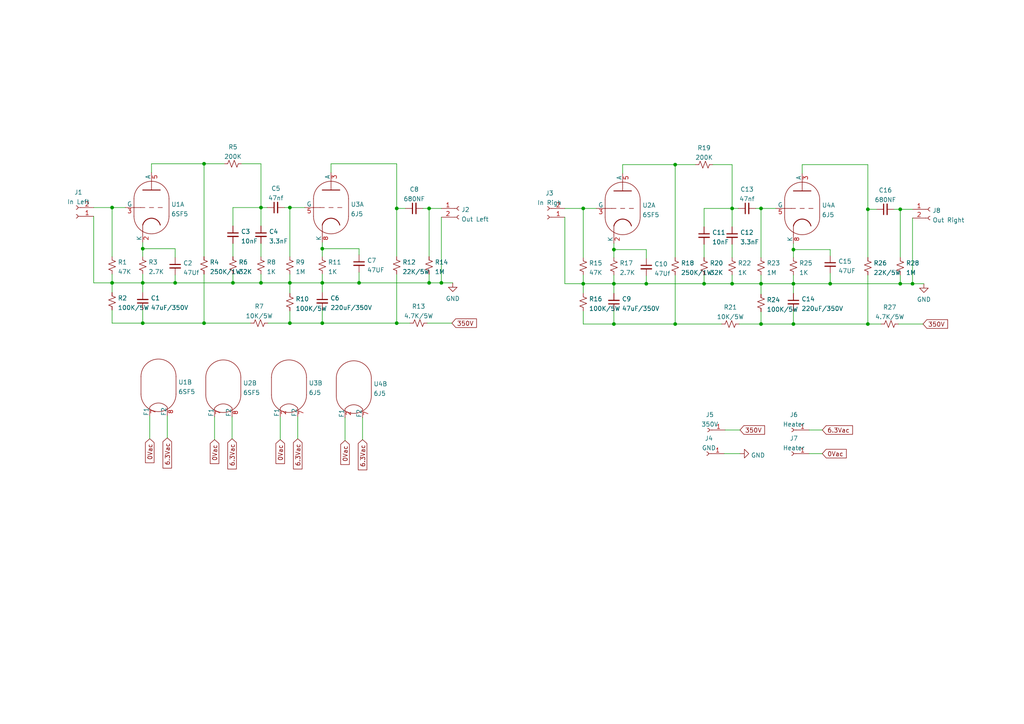
<source format=kicad_sch>
(kicad_sch (version 20211123) (generator eeschema)
  (paper "A4")
  (lib_symbols
    (symbol "Connector:Conn_01x01_Female" (pin_names (offset 1.016) hide)
      (property "Reference" "J" (at 0 2.54 0))
      (property "Value" "Conn_01x01_Female" (at 0 -2.54 0))
      (symbol "Conn_01x01_Female_1_1"
        (polyline (pts (xy -1.27 0) (xy -0.508 0)) (stroke (width 0.1524)))
        (arc (start 0 0.508) (mid -0.508 0) (end 0 -0.508) (stroke (width 0.1524)))
        (pin passive line (at -5.08 0 0) (length 3.81) (name "Pin_1") (number "1"))
      )
    )
    (symbol "Connector:Conn_01x02_Female" (pin_names (offset 1.016) hide)
      (property "Reference" "J" (at 0 2.54 0))
      (property "Value" "Conn_01x02_Female" (at 0 -5.08 0))
      (symbol "Conn_01x02_Female_1_1"
        (arc (start 0 -2.032) (mid -0.508 -2.54) (end 0 -3.048) (stroke (width 0.1524)))
        (polyline (pts (xy -1.27 -2.54) (xy -0.508 -2.54)) (stroke (width 0.1524)))
        (polyline (pts (xy -1.27 0) (xy -0.508 0)) (stroke (width 0.1524)))
        (arc (start 0 0.508) (mid -0.508 0) (end 0 -0.508) (stroke (width 0.1524)))
        (pin passive line (at -5.08 0 0) (length 3.81) (name "Pin_1") (number "1"))
        (pin passive line (at -5.08 -2.54 0) (length 3.81) (name "Pin_2") (number "2"))
      )
    )
    (symbol "Device:C_Small" (pin_numbers hide) (pin_names (offset 0.254) hide)
      (property "Reference" "C" (at 0.254 1.778 0))
      (property "Value" "C_Small" (at 0.254 -2.032 0))
      (symbol "C_Small_0_1"
        (polyline (pts (xy -1.524 -0.508) (xy 1.524 -0.508)) (stroke (width 0.3302)))
        (polyline (pts (xy -1.524 0.508) (xy 1.524 0.508)) (stroke (width 0.3048)))
      )
      (symbol "C_Small_1_1"
        (pin passive line (at 0 2.54 270) (length 2.032) (name "~") (number "1"))
        (pin passive line (at 0 -2.54 90) (length 2.032) (name "~") (number "2"))
      )
    )
    (symbol "Device:R_Small_US" (pin_numbers hide) (pin_names (offset 0.254) hide)
      (property "Reference" "R" (at 0.762 0.508 0))
      (property "Value" "R_Small_US" (at 0.762 -1.016 0))
      (symbol "R_Small_US_1_1"
        (polyline (pts (xy 0 0) (xy 1.016 -0.381) (xy 0 -0.762) (xy -1.016 -1.143) (xy 0 -1.524)))
        (polyline (pts (xy 0 1.524) (xy 1.016 1.143) (xy 0 0.762) (xy -1.016 0.381) (xy 0 0)))
        (pin passive line (at 0 2.54 270) (length 1.016) (name "~") (number "1"))
        (pin passive line (at 0 -2.54 90) (length 1.016) (name "~") (number "2"))
      )
    )
    (symbol "Tubes:6J5" (pin_names (offset 0))
      (property "Reference" "U" (at 3.048 7.874 0))
      (property "Value" "6J5" (at 7.62 -6.35 0))
      (symbol "6J5_0_1"
        (arc (start -5.08 -2.54) (mid 0 -7.62) (end 5.08 -2.54))
        (polyline (pts (xy 5.08 2.54) (xy 5.08 -2.54)))
        (polyline (pts (xy -5.08 2.54) (xy -5.08 -2.54) (xy -5.08 -2.54)))
        (arc (start 5.08 2.54) (mid 0 7.62) (end -5.08 2.54))
      )
      (symbol "6J5_1_0"
        (polyline (pts (xy -2.54 -5.08) (xy -2.54 -7.62)))
        (polyline (pts (xy -1.905 0) (xy -3.175 0)) (stroke (width 0.1524)))
        (polyline (pts (xy -0.635 0) (xy 0.635 0)) (stroke (width 0.1524)))
        (polyline (pts (xy 0 5.08) (xy 0 7.62)))
        (polyline (pts (xy 1.905 0) (xy 3.175 0)) (stroke (width 0.1524)))
      )
      (symbol "6J5_1_1"
        (polyline (pts (xy -5.08 0) (xy -3.175 0)))
        (polyline (pts (xy -2.54 5.08) (xy 2.54 5.08) (xy 2.54 5.08)) (stroke (width 0.254)))
        (arc (start 2.54 -5.08) (mid 0 -3.0968) (end -2.54 -5.08) (stroke (width 0.254)))
        (pin output line (at 0 10.16 270) (length 2.54) (name "A") (number "3"))
        (pin input line (at -7.62 0 0) (length 2.54) (name "G") (number "5"))
        (pin bidirectional line (at -2.54 -10.16 90) (length 2.54) (name "K") (number "8"))
      )
      (symbol "6J5_2_1"
        (arc (start 2.54 -6.35) (mid 0 -5.1292) (end -2.54 -6.35))
        (pin power_in line (at -2.54 -8.89 90) (length 2.54) (name "F1") (number "2"))
        (pin power_in line (at 2.54 -8.89 90) (length 2.54) (name "F2") (number "7"))
      )
    )
    (symbol "Tubes:6SF5" (pin_names (offset 0))
      (property "Reference" "U" (at 3.048 7.874 0))
      (property "Value" "6SF5" (at 7.62 -6.35 0))
      (symbol "6SF5_0_1"
        (arc (start -5.08 -2.54) (mid 0 -7.62) (end 5.08 -2.54))
        (polyline (pts (xy 5.08 2.54) (xy 5.08 -2.54)))
        (polyline (pts (xy -5.08 2.54) (xy -5.08 -2.54) (xy -5.08 -2.54)))
        (arc (start 5.08 2.54) (mid 0 7.62) (end -5.08 2.54))
      )
      (symbol "6SF5_1_0"
        (polyline (pts (xy -2.54 -5.08) (xy -2.54 -7.62)))
        (polyline (pts (xy -1.905 0) (xy -3.175 0)) (stroke (width 0.1524)))
        (polyline (pts (xy -0.635 0) (xy 0.635 0)) (stroke (width 0.1524)))
        (polyline (pts (xy 0 5.08) (xy 0 7.62)))
        (polyline (pts (xy 1.905 0) (xy 3.175 0)) (stroke (width 0.1524)))
      )
      (symbol "6SF5_1_1"
        (polyline (pts (xy -5.08 0) (xy -3.175 0)))
        (polyline (pts (xy -2.54 5.08) (xy 2.54 5.08) (xy 2.54 5.08)) (stroke (width 0.254)))
        (arc (start 2.54 -5.08) (mid 0 -3.0968) (end -2.54 -5.08) (stroke (width 0.254)))
        (pin bidirectional line (at -2.54 -10.16 90) (length 2.54) (name "K") (number "2"))
        (pin input line (at -7.62 0 0) (length 2.54) (name "G") (number "3"))
        (pin output line (at 0 10.16 270) (length 2.54) (name "A") (number "5"))
      )
      (symbol "6SF5_2_1"
        (arc (start 2.54 -6.35) (mid 0 -5.1292) (end -2.54 -6.35))
        (pin power_in line (at -2.54 -8.89 90) (length 2.54) (name "F1") (number "7"))
        (pin power_in line (at 2.54 -8.89 90) (length 2.54) (name "F2") (number "8"))
      )
    )
    (symbol "power:GND" (power) (pin_names (offset 0))
      (property "Value" "GND" (at 0 -3.81 0))
      (symbol "GND_0_1"
        (polyline (pts (xy 0 0) (xy 0 -1.27) (xy 1.27 -1.27) (xy 0 -2.54) (xy -1.27 -1.27) (xy 0 -1.27)))
      )
      (symbol "GND_1_1"
        (pin power_in line (at 0 0 270) (length 0) hide (name "GND") (number "1"))
      )
    )
  )
  (junction (at 75.692 82.042))
  (junction (at 93.472 82.042))
  (junction (at 169.164 82.296))
  (junction (at 41.402 93.726))
  (junction (at 128.016 82.042))
  (junction (at 178.054 72.39))
  (junction (at 115.062 60.452))
  (junction (at 212.344 82.296))
  (junction (at 93.472 72.136))
  (junction (at 41.402 72.136))
  (junction (at 67.564 82.042))
  (junction (at 169.164 60.452))
  (junction (at 178.054 93.98))
  (junction (at 251.714 60.706))
  (junction (at 230.124 93.98))
  (junction (at 220.726 82.296))
  (junction (at 32.512 82.042))
  (junction (at 59.182 93.726))
  (junction (at 204.216 82.296))
  (junction (at 84.074 60.198))
  (junction (at 220.726 93.98))
  (junction (at 59.182 47.498))
  (junction (at 261.112 60.706))
  (junction (at 115.062 93.726))
  (junction (at 50.8 82.042))
  (junction (at 195.834 47.752))
  (junction (at 230.124 72.39))
  (junction (at 32.512 60.198))
  (junction (at 195.834 93.98))
  (junction (at 240.792 82.296))
  (junction (at 84.074 82.042))
  (junction (at 220.726 60.452))
  (junction (at 124.46 82.042))
  (junction (at 178.054 82.296))
  (junction (at 41.402 82.042))
  (junction (at 230.124 82.296))
  (junction (at 264.668 82.296))
  (junction (at 261.112 82.296))
  (junction (at 187.452 82.296))
  (junction (at 84.074 93.726))
  (junction (at 124.46 60.452))
  (junction (at 104.14 82.042))
  (junction (at 93.472 93.726))
  (junction (at 251.714 93.98))
  (junction (at 212.344 60.452))
  (junction (at 75.692 60.198))
  (wire (pts (xy 195.834 47.752) (xy 201.676 47.752)))
  (wire (pts (xy 234.696 131.572) (xy 238.506 131.572)))
  (wire (pts (xy 251.714 79.756) (xy 251.714 93.98)))
  (wire (pts (xy 67.564 70.612) (xy 67.564 74.422)))
  (wire (pts (xy 43.434 120.65) (xy 43.434 127.254)))
  (wire (pts (xy 169.164 60.452) (xy 169.164 74.676)))
  (wire (pts (xy 104.14 72.136) (xy 93.472 72.136)))
  (wire (pts (xy 163.83 60.452) (xy 169.164 60.452)))
  (wire (pts (xy 169.164 93.98) (xy 178.054 93.98)))
  (wire (pts (xy 32.512 82.042) (xy 32.512 79.502)))
  (wire (pts (xy 230.124 90.17) (xy 230.124 93.98)))
  (wire (pts (xy 93.472 72.136) (xy 93.472 74.422)))
  (wire (pts (xy 67.31 120.904) (xy 67.31 127.254)))
  (wire (pts (xy 81.28 120.904) (xy 81.28 127.508)))
  (wire (pts (xy 123.952 93.726) (xy 131.064 93.726)))
  (wire (pts (xy 41.402 93.726) (xy 59.182 93.726)))
  (wire (pts (xy 210.058 131.572) (xy 214.63 131.572)))
  (wire (pts (xy 100.076 121.158) (xy 100.076 127.762)))
  (wire (pts (xy 124.46 74.422) (xy 124.46 60.452)))
  (wire (pts (xy 43.942 50.038) (xy 43.942 47.498)))
  (wire (pts (xy 220.726 93.98) (xy 220.726 90.424)))
  (wire (pts (xy 220.726 60.452) (xy 225.044 60.452)))
  (wire (pts (xy 178.054 90.17) (xy 178.054 93.98)))
  (wire (pts (xy 230.124 93.98) (xy 220.726 93.98)))
  (wire (pts (xy 264.668 82.296) (xy 267.97 82.296)))
  (wire (pts (xy 32.512 84.836) (xy 32.512 82.042)))
  (wire (pts (xy 41.402 79.502) (xy 41.402 82.042)))
  (wire (pts (xy 82.55 60.198) (xy 84.074 60.198)))
  (wire (pts (xy 115.062 47.498) (xy 115.062 60.452)))
  (wire (pts (xy 59.182 47.498) (xy 59.182 74.422)))
  (wire (pts (xy 230.124 70.612) (xy 230.124 72.39)))
  (wire (pts (xy 43.942 47.498) (xy 59.182 47.498)))
  (wire (pts (xy 77.724 93.726) (xy 84.074 93.726)))
  (wire (pts (xy 75.692 47.498) (xy 75.692 59.944)))
  (wire (pts (xy 204.216 60.452) (xy 212.344 60.452)))
  (wire (pts (xy 32.512 89.916) (xy 32.512 93.726)))
  (wire (pts (xy 41.402 72.136) (xy 41.402 74.422)))
  (wire (pts (xy 204.216 65.786) (xy 204.216 60.452)))
  (wire (pts (xy 180.594 50.292) (xy 180.594 47.752)))
  (wire (pts (xy 251.714 93.98) (xy 255.524 93.98)))
  (wire (pts (xy 32.512 60.198) (xy 32.512 74.422)))
  (wire (pts (xy 104.14 82.042) (xy 93.472 82.042)))
  (wire (pts (xy 124.46 82.042) (xy 104.14 82.042)))
  (wire (pts (xy 230.124 82.296) (xy 220.726 82.296)))
  (wire (pts (xy 261.112 60.706) (xy 264.668 60.706)))
  (wire (pts (xy 169.164 90.17) (xy 169.164 93.98)))
  (wire (pts (xy 261.112 60.706) (xy 259.334 60.706)))
  (wire (pts (xy 32.512 60.198) (xy 36.322 60.198)))
  (wire (pts (xy 124.46 60.452) (xy 122.682 60.452)))
  (wire (pts (xy 41.402 70.358) (xy 41.402 72.136)))
  (wire (pts (xy 41.402 82.042) (xy 41.402 84.836)))
  (wire (pts (xy 240.792 82.296) (xy 230.124 82.296)))
  (wire (pts (xy 169.164 82.296) (xy 178.054 82.296)))
  (wire (pts (xy 212.344 82.296) (xy 204.216 82.296)))
  (wire (pts (xy 96.012 50.038) (xy 96.012 47.498)))
  (wire (pts (xy 180.594 47.752) (xy 195.834 47.752)))
  (wire (pts (xy 212.344 60.452) (xy 212.344 65.786)))
  (wire (pts (xy 105.156 121.158) (xy 105.156 127.508)))
  (wire (pts (xy 84.074 93.726) (xy 84.074 90.17)))
  (wire (pts (xy 59.182 93.726) (xy 72.644 93.726)))
  (wire (pts (xy 264.668 82.296) (xy 261.112 82.296)))
  (wire (pts (xy 178.054 93.98) (xy 195.834 93.98)))
  (wire (pts (xy 27.178 62.738) (xy 27.178 82.042)))
  (wire (pts (xy 169.164 60.452) (xy 172.974 60.452)))
  (wire (pts (xy 93.472 82.042) (xy 84.074 82.042)))
  (wire (pts (xy 27.178 82.042) (xy 32.512 82.042)))
  (wire (pts (xy 67.564 82.042) (xy 50.8 82.042)))
  (wire (pts (xy 77.47 60.198) (xy 75.692 60.198)))
  (wire (pts (xy 62.23 120.904) (xy 62.23 127.508)))
  (wire (pts (xy 32.512 93.726) (xy 41.402 93.726)))
  (wire (pts (xy 50.8 79.756) (xy 50.8 82.042)))
  (wire (pts (xy 210.312 124.714) (xy 214.63 124.714)))
  (wire (pts (xy 67.564 79.502) (xy 67.564 82.042)))
  (wire (pts (xy 178.054 72.39) (xy 178.054 74.676)))
  (wire (pts (xy 84.074 82.042) (xy 75.692 82.042)))
  (wire (pts (xy 169.164 85.09) (xy 169.164 82.296)))
  (wire (pts (xy 251.714 47.752) (xy 251.714 60.706)))
  (wire (pts (xy 75.692 79.502) (xy 75.692 82.042)))
  (wire (pts (xy 50.8 72.136) (xy 41.402 72.136)))
  (wire (pts (xy 104.14 73.914) (xy 104.14 72.136)))
  (wire (pts (xy 178.054 70.612) (xy 178.054 72.39)))
  (wire (pts (xy 50.8 74.676) (xy 50.8 72.136)))
  (wire (pts (xy 187.452 74.93) (xy 187.452 72.39)))
  (wire (pts (xy 67.564 60.198) (xy 75.692 60.198)))
  (wire (pts (xy 93.472 70.358) (xy 93.472 72.136)))
  (wire (pts (xy 240.792 79.248) (xy 240.792 82.296)))
  (wire (pts (xy 204.216 70.866) (xy 204.216 74.676)))
  (wire (pts (xy 104.14 78.994) (xy 104.14 82.042)))
  (wire (pts (xy 70.104 47.498) (xy 75.692 47.498)))
  (wire (pts (xy 230.124 82.296) (xy 230.124 85.09)))
  (wire (pts (xy 212.344 47.752) (xy 212.344 60.198)))
  (wire (pts (xy 93.472 82.042) (xy 93.472 84.836)))
  (wire (pts (xy 50.8 82.042) (xy 41.402 82.042)))
  (wire (pts (xy 128.016 82.042) (xy 124.46 82.042)))
  (wire (pts (xy 27.178 60.198) (xy 32.512 60.198)))
  (wire (pts (xy 234.696 124.714) (xy 238.506 124.714)))
  (wire (pts (xy 96.012 47.498) (xy 115.062 47.498)))
  (wire (pts (xy 59.182 79.502) (xy 59.182 93.726)))
  (wire (pts (xy 48.514 120.65) (xy 48.514 127)))
  (wire (pts (xy 32.512 82.042) (xy 41.402 82.042)))
  (wire (pts (xy 41.402 89.916) (xy 41.402 93.726)))
  (wire (pts (xy 115.062 93.726) (xy 118.872 93.726)))
  (wire (pts (xy 59.182 47.498) (xy 65.024 47.498)))
  (wire (pts (xy 240.792 72.39) (xy 230.124 72.39)))
  (wire (pts (xy 220.726 82.296) (xy 220.726 85.344)))
  (wire (pts (xy 204.216 79.756) (xy 204.216 82.296)))
  (wire (pts (xy 93.472 93.726) (xy 84.074 93.726)))
  (wire (pts (xy 75.692 70.612) (xy 75.692 74.422)))
  (wire (pts (xy 115.062 79.502) (xy 115.062 93.726)))
  (wire (pts (xy 195.834 47.752) (xy 195.834 74.676)))
  (wire (pts (xy 93.472 89.916) (xy 93.472 93.726)))
  (wire (pts (xy 187.452 72.39) (xy 178.054 72.39)))
  (wire (pts (xy 212.344 70.866) (xy 212.344 74.676)))
  (wire (pts (xy 128.016 62.992) (xy 128.016 82.042)))
  (wire (pts (xy 261.112 74.676) (xy 261.112 60.706)))
  (wire (pts (xy 230.124 79.756) (xy 230.124 82.296)))
  (wire (pts (xy 204.216 82.296) (xy 187.452 82.296)))
  (wire (pts (xy 67.564 65.532) (xy 67.564 60.198)))
  (wire (pts (xy 260.604 93.98) (xy 267.716 93.98)))
  (wire (pts (xy 220.726 79.756) (xy 220.726 82.296)))
  (wire (pts (xy 178.054 79.756) (xy 178.054 82.296)))
  (wire (pts (xy 84.074 74.422) (xy 84.074 60.198)))
  (wire (pts (xy 178.054 82.296) (xy 178.054 85.09)))
  (wire (pts (xy 212.344 79.756) (xy 212.344 82.296)))
  (wire (pts (xy 169.164 82.296) (xy 169.164 79.756)))
  (wire (pts (xy 251.714 60.706) (xy 251.714 74.676)))
  (wire (pts (xy 86.36 120.904) (xy 86.36 127.254)))
  (wire (pts (xy 187.452 80.01) (xy 187.452 82.296)))
  (wire (pts (xy 163.83 82.296) (xy 169.164 82.296)))
  (wire (pts (xy 261.112 79.756) (xy 261.112 82.296)))
  (wire (pts (xy 251.714 60.706) (xy 254.254 60.706)))
  (wire (pts (xy 195.834 93.98) (xy 209.296 93.98)))
  (wire (pts (xy 93.472 93.726) (xy 115.062 93.726)))
  (wire (pts (xy 261.112 82.296) (xy 240.792 82.296)))
  (wire (pts (xy 214.122 60.452) (xy 212.344 60.452)))
  (wire (pts (xy 195.834 79.756) (xy 195.834 93.98)))
  (wire (pts (xy 214.376 93.98) (xy 220.726 93.98)))
  (wire (pts (xy 230.124 72.39) (xy 230.124 74.676)))
  (wire (pts (xy 219.202 60.452) (xy 220.726 60.452)))
  (wire (pts (xy 84.074 60.198) (xy 88.392 60.198)))
  (wire (pts (xy 84.074 79.502) (xy 84.074 82.042)))
  (wire (pts (xy 220.726 74.676) (xy 220.726 60.452)))
  (wire (pts (xy 128.016 82.042) (xy 131.318 82.042)))
  (wire (pts (xy 75.692 82.042) (xy 67.564 82.042)))
  (wire (pts (xy 206.756 47.752) (xy 212.344 47.752)))
  (wire (pts (xy 115.062 60.452) (xy 117.602 60.452)))
  (wire (pts (xy 124.46 60.452) (xy 128.016 60.452)))
  (wire (pts (xy 75.692 60.198) (xy 75.692 65.532)))
  (wire (pts (xy 232.664 50.292) (xy 232.664 47.752)))
  (wire (pts (xy 124.46 79.502) (xy 124.46 82.042)))
  (wire (pts (xy 232.664 47.752) (xy 251.714 47.752)))
  (wire (pts (xy 84.074 82.042) (xy 84.074 85.09)))
  (wire (pts (xy 93.472 79.502) (xy 93.472 82.042)))
  (wire (pts (xy 115.062 60.452) (xy 115.062 74.422)))
  (wire (pts (xy 163.83 62.992) (xy 163.83 82.296)))
  (wire (pts (xy 220.726 82.296) (xy 212.344 82.296)))
  (wire (pts (xy 187.452 82.296) (xy 178.054 82.296)))
  (wire (pts (xy 240.792 74.168) (xy 240.792 72.39)))
  (wire (pts (xy 230.124 93.98) (xy 251.714 93.98)))
  (wire (pts (xy 264.668 63.246) (xy 264.668 82.296)))
  (global_label "6.3Vac" (shape input) (at 67.31 127.254 270) (property "Intersheet References" "${INTERSHEET_REFS}" (effects hide)))
  (global_label "350V" (shape input) (at 131.064 93.726 0) (property "Intersheet References" "${INTERSHEET_REFS}" (effects hide)))
  (global_label "350V" (shape input) (at 267.716 93.98 0) (property "Intersheet References" "${INTERSHEET_REFS}" (effects hide)))
  (global_label "6.3Vac" (shape input) (at 86.36 127.254 270) (property "Intersheet References" "${INTERSHEET_REFS}" (effects hide)))
  (global_label "6.3Vac" (shape input) (at 238.506 124.714 0) (property "Intersheet References" "${INTERSHEET_REFS}" (effects hide)))
  (global_label "0Vac" (shape input) (at 62.23 127.508 270) (property "Intersheet References" "${INTERSHEET_REFS}" (effects hide)))
  (global_label "0Vac" (shape input) (at 238.506 131.572 0) (property "Intersheet References" "${INTERSHEET_REFS}" (effects hide)))
  (global_label "0Vac" (shape input) (at 100.076 127.762 270) (property "Intersheet References" "${INTERSHEET_REFS}" (effects hide)))
  (global_label "6.3Vac" (shape input) (at 48.514 127 270) (property "Intersheet References" "${INTERSHEET_REFS}" (effects hide)))
  (global_label "0Vac" (shape input) (at 81.28 127.508 270) (property "Intersheet References" "${INTERSHEET_REFS}" (effects hide)))
  (global_label "6.3Vac" (shape input) (at 105.156 127.508 270) (property "Intersheet References" "${INTERSHEET_REFS}" (effects hide)))
  (global_label "350V" (shape input) (at 214.63 124.714 0) (property "Intersheet References" "${INTERSHEET_REFS}" (effects hide)))
  (global_label "0Vac" (shape input) (at 43.434 127.254 270) (property "Intersheet References" "${INTERSHEET_REFS}" (effects hide)))
  (symbol (lib_id "Tubes:6SF5") (at 43.942 60.198 0) (unit 1)
    (property "Reference" "U1" (at 49.657 59.2895 0) (effects (justify left)))
    (property "Value" "6SF5" (at 49.657 62.0646 0) (effects (justify left)))
    (property "Footprint" "Valve:Valve_Octal" (effects hide))
    (property "Datasheet" "http://www.r-type.org/pdfs/ec92.pdf" (effects hide))
  )
  (symbol (lib_id "Device:R_Small_US") (at 115.062 76.962 0) (unit 1)
    (property "Reference" "R12" (at 116.713 76.0535 0) (effects (justify left)))
    (property "Value" "22K/5W" (at 116.713 78.8286 0) (effects (justify left)))
    (property "Footprint" "Resistor_THT:R_Axial_DIN0922_L20.0mm_D9.0mm_P25.40mm_Horizontal" (effects hide))
  )
  (symbol (lib_id "Device:C_Small") (at 93.472 87.376 0) (unit 1)
    (property "Reference" "C6" (at 95.7961 86.4738 0) (effects (justify left)))
    (property "Value" "220uF/350V" (at 95.7961 89.2489 0) (effects (justify left)))
    (property "Footprint" "Capacitor_THT:C_Rect_L31.5mm_W13.0mm_P27.50mm_MKS4" (effects hide))
  )
  (symbol (lib_id "Device:R_Small_US") (at 84.074 76.962 0) (unit 1)
    (property "Reference" "R9" (at 85.725 76.0535 0) (effects (justify left)))
    (property "Value" "1M" (at 85.725 78.8286 0) (effects (justify left)))
    (property "Footprint" "Resistor_THT:R_Axial_DIN0207_L6.3mm_D2.5mm_P15.24mm_Horizontal" (effects hide))
  )
  (symbol (lib_id "Device:R_Small_US") (at 75.692 76.962 0) (unit 1)
    (property "Reference" "R8" (at 77.343 76.0535 0) (effects (justify left)))
    (property "Value" "1K" (at 77.343 78.8286 0) (effects (justify left)))
    (property "Footprint" "Resistor_THT:R_Axial_DIN0207_L6.3mm_D2.5mm_P15.24mm_Horizontal" (effects hide))
  )
  (symbol (lib_id "Connector:Conn_01x02_Female") (at 269.748 60.706 0) (unit 1)
    (property "Reference" "J8" (at 270.4592 61.0675 0) (effects (justify left)))
    (property "Value" "Out Right" (at 270.4592 63.8426 0) (effects (justify left)))
    (property "Footprint" "Connector_Wire:SolderWire-0.75sqmm_1x02_P4.8mm_D1.25mm_OD2.3mm" (effects hide))
  )
  (symbol (lib_id "Device:R_Small_US") (at 258.064 93.98 90) (unit 1)
    (property "Reference" "R27" (at 258.064 89.1245 90))
    (property "Value" "4.7K/5W" (at 258.064 91.8996 90))
    (property "Footprint" "Resistor_THT:R_Axial_DIN0922_L20.0mm_D9.0mm_P25.40mm_Horizontal" (effects hide))
  )
  (symbol (lib_id "Device:R_Small_US") (at 32.512 76.962 0) (unit 1)
    (property "Reference" "R1" (at 34.163 76.0535 0) (effects (justify left)))
    (property "Value" "47K" (at 34.163 78.8286 0) (effects (justify left)))
    (property "Footprint" "Resistor_THT:R_Axial_DIN0207_L6.3mm_D2.5mm_P15.24mm_Horizontal" (effects hide))
  )
  (symbol (lib_id "Device:C_Small") (at 230.124 87.63 0) (unit 1)
    (property "Reference" "C14" (at 232.4481 86.7278 0) (effects (justify left)))
    (property "Value" "220uF/350V" (at 232.4481 89.5029 0) (effects (justify left)))
    (property "Footprint" "Capacitor_THT:C_Rect_L31.5mm_W13.0mm_P27.50mm_MKS4" (effects hide))
  )
  (symbol (lib_id "Device:R_Small_US") (at 204.216 47.752 90) (unit 1)
    (property "Reference" "R19" (at 204.216 42.8965 90))
    (property "Value" "200K" (at 204.216 45.6716 90))
    (property "Footprint" "Resistor_THT:R_Axial_DIN0207_L6.3mm_D2.5mm_P15.24mm_Horizontal" (effects hide))
  )
  (symbol (lib_id "Device:C_Small") (at 67.564 68.072 0) (unit 1)
    (property "Reference" "C3" (at 69.8881 67.1698 0) (effects (justify left)))
    (property "Value" "10nF" (at 69.8881 69.9449 0) (effects (justify left)))
    (property "Footprint" "Capacitor_THT:C_Rect_L31.5mm_W13.0mm_P27.50mm_MKS4" (effects hide))
  )
  (symbol (lib_id "Device:R_Small_US") (at 195.834 77.216 0) (unit 1)
    (property "Reference" "R18" (at 197.485 76.3075 0) (effects (justify left)))
    (property "Value" "250K/1W" (at 197.485 79.0826 0) (effects (justify left)))
    (property "Footprint" "Resistor_THT:R_Axial_DIN0922_L20.0mm_D9.0mm_P25.40mm_Horizontal" (effects hide))
  )
  (symbol (lib_id "Device:C_Small") (at 104.14 76.454 0) (unit 1)
    (property "Reference" "C7" (at 106.4641 75.5518 0) (effects (justify left)))
    (property "Value" "47UF" (at 106.4641 78.3269 0) (effects (justify left)))
    (property "Footprint" "Capacitor_THT:C_Rect_L31.5mm_W13.0mm_P27.50mm_MKS4" (effects hide))
  )
  (symbol (lib_id "Device:R_Small_US") (at 169.164 87.63 0) (unit 1)
    (property "Reference" "R16" (at 170.815 86.7215 0) (effects (justify left)))
    (property "Value" "100K/5W" (at 170.815 89.4966 0) (effects (justify left)))
    (property "Footprint" "Resistor_THT:R_Axial_DIN0922_L20.0mm_D9.0mm_P25.40mm_Horizontal" (effects hide))
  )
  (symbol (lib_id "Connector:Conn_01x01_Female") (at 205.232 124.714 180) (unit 1)
    (property "Reference" "J5" (at 205.867 120.2903 0))
    (property "Value" "350V" (at 205.867 123.0654 0))
    (property "Footprint" "Connector_Wire:SolderWire-0.75sqmm_1x01_D1.25mm_OD2.3mm" (effects hide))
  )
  (symbol (lib_id "Device:R_Small_US") (at 67.564 76.962 0) (unit 1)
    (property "Reference" "R6" (at 69.215 76.0535 0) (effects (justify left)))
    (property "Value" "32K" (at 69.215 78.8286 0) (effects (justify left)))
    (property "Footprint" "Resistor_THT:R_Axial_DIN0207_L6.3mm_D2.5mm_P15.24mm_Horizontal" (effects hide))
  )
  (symbol (lib_id "Device:R_Small_US") (at 211.836 93.98 90) (unit 1)
    (property "Reference" "R21" (at 211.836 89.1245 90))
    (property "Value" "10K/5W" (at 211.836 91.8996 90))
    (property "Footprint" "Resistor_THT:R_Axial_DIN0922_L20.0mm_D9.0mm_P25.40mm_Horizontal" (effects hide))
  )
  (symbol (lib_id "Device:R_Small_US") (at 93.472 76.962 0) (unit 1)
    (property "Reference" "R11" (at 95.123 76.0535 0) (effects (justify left)))
    (property "Value" "1K" (at 95.123 78.8286 0) (effects (justify left)))
    (property "Footprint" "Resistor_THT:R_Axial_DIN0207_L6.3mm_D2.5mm_P15.24mm_Horizontal" (effects hide))
  )
  (symbol (lib_id "Connector:Conn_01x01_Female") (at 229.616 124.714 180) (unit 1)
    (property "Reference" "J6" (at 230.251 120.2903 0))
    (property "Value" "Heater" (at 230.251 123.0654 0))
    (property "Footprint" "Connector_Wire:SolderWire-0.75sqmm_1x01_D1.25mm_OD2.3mm" (effects hide))
  )
  (symbol (lib_id "Device:R_Small_US") (at 84.074 87.63 0) (unit 1)
    (property "Reference" "R10" (at 85.725 86.7215 0) (effects (justify left)))
    (property "Value" "100K/5W" (at 85.725 89.4966 0) (effects (justify left)))
    (property "Footprint" "Resistor_THT:R_Axial_DIN0922_L20.0mm_D9.0mm_P25.40mm_Horizontal" (effects hide))
  )
  (symbol (lib_id "Tubes:6J5") (at 102.616 112.268 0) (unit 2)
    (property "Reference" "U4" (at 108.331 111.3595 0) (effects (justify left)))
    (property "Value" "6J5" (at 108.331 114.1346 0) (effects (justify left)))
    (property "Footprint" "Valve:Valve_Octal" (effects hide))
    (property "Datasheet" "http://www.r-type.org/pdfs/ec92.pdf" (effects hide))
  )
  (symbol (lib_id "Device:R_Small_US") (at 67.564 47.498 90) (unit 1)
    (property "Reference" "R5" (at 67.564 42.6425 90))
    (property "Value" "200K" (at 67.564 45.4176 90))
    (property "Footprint" "Resistor_THT:R_Axial_DIN0207_L6.3mm_D2.5mm_P15.24mm_Horizontal" (effects hide))
  )
  (symbol (lib_id "Device:C_Small") (at 80.01 60.198 90) (unit 1)
    (property "Reference" "C5" (at 80.0163 54.6694 90))
    (property "Value" "47nf" (at 80.0163 57.4445 90))
    (property "Footprint" "Capacitor_THT:C_Rect_L31.5mm_W13.0mm_P27.50mm_MKS4" (effects hide))
  )
  (symbol (lib_id "Device:C_Small") (at 75.692 68.072 0) (unit 1)
    (property "Reference" "C4" (at 78.0161 67.1698 0) (effects (justify left)))
    (property "Value" "3.3nF" (at 78.0161 69.9449 0) (effects (justify left)))
    (property "Footprint" "Capacitor_THT:C_Rect_L31.5mm_W13.0mm_P27.50mm_MKS4" (effects hide))
  )
  (symbol (lib_id "Device:C_Small") (at 178.054 87.63 180) (unit 1)
    (property "Reference" "C9" (at 180.3781 86.7151 0) (effects (justify right)))
    (property "Value" "47uF/350V" (at 180.3781 89.4902 0) (effects (justify right)))
    (property "Footprint" "Capacitor_THT:C_Rect_L31.5mm_W13.0mm_P27.50mm_MKS4" (effects hide))
  )
  (symbol (lib_id "Device:C_Small") (at 212.344 68.326 0) (unit 1)
    (property "Reference" "C12" (at 214.6681 67.4238 0) (effects (justify left)))
    (property "Value" "3.3nF" (at 214.6681 70.1989 0) (effects (justify left)))
    (property "Footprint" "Capacitor_THT:C_Rect_L31.5mm_W13.0mm_P27.50mm_MKS4" (effects hide))
  )
  (symbol (lib_id "power:GND") (at 214.63 131.572 90) (unit 1)
    (property "Reference" "#PWR0103" (effects hide))
    (property "Value" "GND" (at 217.805 132.051 90) (effects (justify right)))
  )
  (symbol (lib_id "Device:R_Small_US") (at 169.164 77.216 0) (unit 1)
    (property "Reference" "R15" (at 170.815 76.3075 0) (effects (justify left)))
    (property "Value" "47K" (at 170.815 79.0826 0) (effects (justify left)))
    (property "Footprint" "Resistor_THT:R_Axial_DIN0207_L6.3mm_D2.5mm_P15.24mm_Horizontal" (effects hide))
  )
  (symbol (lib_id "Tubes:6SF5") (at 64.77 112.014 0) (unit 2)
    (property "Reference" "U2" (at 70.485 111.1055 0) (effects (justify left)))
    (property "Value" "6SF5" (at 70.485 113.8806 0) (effects (justify left)))
    (property "Footprint" "Valve:Valve_Octal" (effects hide))
    (property "Datasheet" "http://www.r-type.org/pdfs/ec92.pdf" (effects hide))
  )
  (symbol (lib_id "Connector:Conn_01x02_Female") (at 158.75 62.992 180) (unit 1)
    (property "Reference" "J3" (at 159.385 56.0283 0))
    (property "Value" "In Righ" (at 159.385 58.8034 0))
    (property "Footprint" "Connector_Wire:SolderWire-0.75sqmm_1x02_P4.8mm_D1.25mm_OD2.3mm" (effects hide))
  )
  (symbol (lib_id "Device:C_Small") (at 240.792 76.708 0) (unit 1)
    (property "Reference" "C15" (at 243.1161 75.8058 0) (effects (justify left)))
    (property "Value" "47UF" (at 243.1161 78.5809 0) (effects (justify left)))
    (property "Footprint" "Capacitor_THT:C_Rect_L31.5mm_W13.0mm_P27.50mm_MKS4" (effects hide))
  )
  (symbol (lib_id "Device:C_Small") (at 50.8 77.216 0) (unit 1)
    (property "Reference" "C2" (at 53.1241 76.3138 0) (effects (justify left)))
    (property "Value" "47Uf" (at 53.1241 79.0889 0) (effects (justify left)))
    (property "Footprint" "Capacitor_THT:C_Rect_L31.5mm_W13.0mm_P27.50mm_MKS4" (effects hide))
  )
  (symbol (lib_id "Device:R_Small_US") (at 251.714 77.216 0) (unit 1)
    (property "Reference" "R26" (at 253.365 76.3075 0) (effects (justify left)))
    (property "Value" "22K/5W" (at 253.365 79.0826 0) (effects (justify left)))
    (property "Footprint" "Resistor_THT:R_Axial_DIN0922_L20.0mm_D9.0mm_P25.40mm_Horizontal" (effects hide))
  )
  (symbol (lib_id "Device:C_Small") (at 187.452 77.47 0) (unit 1)
    (property "Reference" "C10" (at 189.7761 76.5678 0) (effects (justify left)))
    (property "Value" "47Uf" (at 189.7761 79.3429 0) (effects (justify left)))
    (property "Footprint" "Capacitor_THT:C_Rect_L31.5mm_W13.0mm_P27.50mm_MKS4" (effects hide))
  )
  (symbol (lib_id "Device:C_Small") (at 204.216 68.326 0) (unit 1)
    (property "Reference" "C11" (at 206.5401 67.4238 0) (effects (justify left)))
    (property "Value" "10nF" (at 206.5401 70.1989 0) (effects (justify left)))
    (property "Footprint" "Capacitor_THT:C_Rect_L31.5mm_W13.0mm_P27.50mm_MKS4" (effects hide))
  )
  (symbol (lib_id "Device:R_Small_US") (at 59.182 76.962 0) (unit 1)
    (property "Reference" "R4" (at 60.833 76.0535 0) (effects (justify left)))
    (property "Value" "250K/1W" (at 60.833 78.8286 0) (effects (justify left)))
    (property "Footprint" "Resistor_THT:R_Axial_DIN0411_L9.9mm_D3.6mm_P15.24mm_Horizontal" (effects hide))
  )
  (symbol (lib_id "power:GND") (at 131.318 82.042 0) (unit 1)
    (property "Reference" "#PWR0101" (effects hide))
    (property "Value" "GND" (at 131.318 86.6045 0))
  )
  (symbol (lib_id "Connector:Conn_01x01_Female") (at 204.978 131.572 180) (unit 1)
    (property "Reference" "J4" (at 205.613 127.1483 0))
    (property "Value" "GND" (at 205.613 129.9234 0))
    (property "Footprint" "Connector_Wire:SolderWire-0.75sqmm_1x01_D1.25mm_OD2.3mm" (effects hide))
  )
  (symbol (lib_id "Device:R_Small_US") (at 121.412 93.726 90) (unit 1)
    (property "Reference" "R13" (at 121.412 88.8705 90))
    (property "Value" "4.7K/5W" (at 121.412 91.6456 90))
    (property "Footprint" "Resistor_THT:R_Axial_DIN0922_L20.0mm_D9.0mm_P25.40mm_Horizontal" (effects hide))
  )
  (symbol (lib_id "Device:R_Small_US") (at 220.726 77.216 0) (unit 1)
    (property "Reference" "R23" (at 222.377 76.3075 0) (effects (justify left)))
    (property "Value" "1M" (at 222.377 79.0826 0) (effects (justify left)))
    (property "Footprint" "Resistor_THT:R_Axial_DIN0207_L6.3mm_D2.5mm_P15.24mm_Horizontal" (effects hide))
  )
  (symbol (lib_id "Tubes:6J5") (at 83.82 112.014 0) (unit 2)
    (property "Reference" "U3" (at 89.535 111.1055 0) (effects (justify left)))
    (property "Value" "6J5" (at 89.535 113.8806 0) (effects (justify left)))
    (property "Footprint" "Valve:Valve_Octal" (effects hide))
    (property "Datasheet" "http://www.r-type.org/pdfs/ec92.pdf" (effects hide))
  )
  (symbol (lib_id "Tubes:6J5") (at 232.664 60.452 0) (unit 1)
    (property "Reference" "U4" (at 238.379 59.5435 0) (effects (justify left)))
    (property "Value" "6J5" (at 238.379 62.3186 0) (effects (justify left)))
    (property "Footprint" "Valve:Valve_Octal" (effects hide))
    (property "Datasheet" "http://www.r-type.org/pdfs/ec92.pdf" (effects hide))
  )
  (symbol (lib_id "Tubes:6SF5") (at 45.974 111.76 0) (unit 2)
    (property "Reference" "U1" (at 51.689 110.8515 0) (effects (justify left)))
    (property "Value" "6SF5" (at 51.689 113.6266 0) (effects (justify left)))
    (property "Footprint" "Valve:Valve_Octal" (effects hide))
    (property "Datasheet" "http://www.r-type.org/pdfs/ec92.pdf" (effects hide))
  )
  (symbol (lib_id "Connector:Conn_01x02_Female") (at 133.096 60.452 0) (unit 1)
    (property "Reference" "J2" (at 133.8072 60.8135 0) (effects (justify left)))
    (property "Value" "Out Left" (at 133.8072 63.5886 0) (effects (justify left)))
    (property "Footprint" "Connector_Wire:SolderWire-0.75sqmm_1x02_P4.8mm_D1.25mm_OD2.3mm" (effects hide))
  )
  (symbol (lib_id "Device:R_Small_US") (at 75.184 93.726 90) (unit 1)
    (property "Reference" "R7" (at 75.184 88.8705 90))
    (property "Value" "10K/5W" (at 75.184 91.6456 90))
    (property "Footprint" "Resistor_THT:R_Axial_DIN0922_L20.0mm_D9.0mm_P25.40mm_Horizontal" (effects hide))
  )
  (symbol (lib_id "Device:C_Small") (at 216.662 60.452 90) (unit 1)
    (property "Reference" "C13" (at 216.6683 54.9234 90))
    (property "Value" "47nf" (at 216.6683 57.6985 90))
    (property "Footprint" "Capacitor_THT:C_Rect_L31.5mm_W13.0mm_P27.50mm_MKS4" (effects hide))
  )
  (symbol (lib_id "Device:R_Small_US") (at 212.344 77.216 0) (unit 1)
    (property "Reference" "R22" (at 213.995 76.3075 0) (effects (justify left)))
    (property "Value" "1K" (at 213.995 79.0826 0) (effects (justify left)))
    (property "Footprint" "Resistor_THT:R_Axial_DIN0207_L6.3mm_D2.5mm_P15.24mm_Horizontal" (effects hide))
  )
  (symbol (lib_id "Device:R_Small_US") (at 41.402 76.962 0) (unit 1)
    (property "Reference" "R3" (at 43.053 76.0535 0) (effects (justify left)))
    (property "Value" "2.7K" (at 43.053 78.8286 0) (effects (justify left)))
    (property "Footprint" "Resistor_THT:R_Axial_DIN0207_L6.3mm_D2.5mm_P15.24mm_Horizontal" (effects hide))
  )
  (symbol (lib_id "Tubes:6J5") (at 96.012 60.198 0) (unit 1)
    (property "Reference" "U3" (at 101.727 59.2895 0) (effects (justify left)))
    (property "Value" "6J5" (at 101.727 62.0646 0) (effects (justify left)))
    (property "Footprint" "Valve:Valve_Octal" (effects hide))
    (property "Datasheet" "http://www.r-type.org/pdfs/ec92.pdf" (effects hide))
  )
  (symbol (lib_id "Device:C_Small") (at 120.142 60.452 90) (unit 1)
    (property "Reference" "C8" (at 120.1483 54.9234 90))
    (property "Value" "680NF" (at 120.1483 57.6985 90))
    (property "Footprint" "Capacitor_THT:C_Rect_L31.5mm_W13.0mm_P27.50mm_MKS4" (effects hide))
  )
  (symbol (lib_id "Device:R_Small_US") (at 204.216 77.216 0) (unit 1)
    (property "Reference" "R20" (at 205.867 76.3075 0) (effects (justify left)))
    (property "Value" "32K" (at 205.867 79.0826 0) (effects (justify left)))
    (property "Footprint" "Resistor_THT:R_Axial_DIN0207_L6.3mm_D2.5mm_P15.24mm_Horizontal" (effects hide))
  )
  (symbol (lib_id "Device:R_Small_US") (at 220.726 87.884 0) (unit 1)
    (property "Reference" "R24" (at 222.377 86.9755 0) (effects (justify left)))
    (property "Value" "100K/5W" (at 222.377 89.7506 0) (effects (justify left)))
    (property "Footprint" "Resistor_THT:R_Axial_DIN0922_L20.0mm_D9.0mm_P25.40mm_Horizontal" (effects hide))
  )
  (symbol (lib_id "Device:R_Small_US") (at 230.124 77.216 0) (unit 1)
    (property "Reference" "R25" (at 231.775 76.3075 0) (effects (justify left)))
    (property "Value" "1K" (at 231.775 79.0826 0) (effects (justify left)))
    (property "Footprint" "Resistor_THT:R_Axial_DIN0207_L6.3mm_D2.5mm_P15.24mm_Horizontal" (effects hide))
  )
  (symbol (lib_id "Connector:Conn_01x01_Female") (at 229.616 131.572 180) (unit 1)
    (property "Reference" "J7" (at 230.251 127.1483 0))
    (property "Value" "Heater" (at 230.251 129.9234 0))
    (property "Footprint" "Connector_Wire:SolderWire-0.75sqmm_1x01_D1.25mm_OD2.3mm" (effects hide))
  )
  (symbol (lib_id "Device:R_Small_US") (at 178.054 77.216 0) (unit 1)
    (property "Reference" "R17" (at 179.705 76.3075 0) (effects (justify left)))
    (property "Value" "2.7K" (at 179.705 79.0826 0) (effects (justify left)))
    (property "Footprint" "Resistor_THT:R_Axial_DIN0207_L6.3mm_D2.5mm_P15.24mm_Horizontal" (effects hide))
  )
  (symbol (lib_id "Device:C_Small") (at 256.794 60.706 90) (unit 1)
    (property "Reference" "C16" (at 256.8003 55.1774 90))
    (property "Value" "680NF" (at 256.8003 57.9525 90))
    (property "Footprint" "Capacitor_THT:C_Rect_L31.5mm_W13.0mm_P27.50mm_MKS4" (effects hide))
  )
  (symbol (lib_id "Connector:Conn_01x02_Female") (at 22.098 62.738 180) (unit 1)
    (property "Reference" "J1" (at 22.733 55.7743 0))
    (property "Value" "In Left" (at 22.733 58.5494 0))
    (property "Footprint" "Connector_Wire:SolderWire-0.75sqmm_1x02_P4.8mm_D1.25mm_OD2.3mm" (effects hide))
  )
  (symbol (lib_id "power:GND") (at 267.97 82.296 0) (unit 1)
    (property "Reference" "#PWR0102" (effects hide))
    (property "Value" "GND" (at 267.97 86.8585 0))
  )
  (symbol (lib_id "Device:R_Small_US") (at 32.512 87.376 0) (unit 1)
    (property "Reference" "R2" (at 34.163 86.4675 0) (effects (justify left)))
    (property "Value" "100K/5W" (at 34.163 89.2426 0) (effects (justify left)))
    (property "Footprint" "Resistor_THT:R_Axial_DIN0922_L20.0mm_D9.0mm_P25.40mm_Horizontal" (effects hide))
  )
  (symbol (lib_id "Device:R_Small_US") (at 261.112 77.216 0) (unit 1)
    (property "Reference" "R28" (at 262.763 76.3075 0) (effects (justify left)))
    (property "Value" "1M" (at 262.763 79.0826 0) (effects (justify left)))
    (property "Footprint" "Resistor_THT:R_Axial_DIN0207_L6.3mm_D2.5mm_P15.24mm_Horizontal" (effects hide))
  )
  (symbol (lib_id "Tubes:6SF5") (at 180.594 60.452 0) (unit 1)
    (property "Reference" "U2" (at 186.309 59.5435 0) (effects (justify left)))
    (property "Value" "6SF5" (at 186.309 62.3186 0) (effects (justify left)))
    (property "Footprint" "Valve:Valve_Octal" (effects hide))
    (property "Datasheet" "http://www.r-type.org/pdfs/ec92.pdf" (effects hide))
  )
  (symbol (lib_id "Device:R_Small_US") (at 124.46 76.962 0) (unit 1)
    (property "Reference" "R14" (at 126.111 76.0535 0) (effects (justify left)))
    (property "Value" "1M" (at 126.111 78.8286 0) (effects (justify left)))
    (property "Footprint" "Resistor_THT:R_Axial_DIN0207_L6.3mm_D2.5mm_P15.24mm_Horizontal" (effects hide))
  )
  (symbol (lib_id "Device:C_Small") (at 41.402 87.376 180) (unit 1)
    (property "Reference" "C1" (at 43.7261 86.4611 0) (effects (justify right)))
    (property "Value" "47uF/350V" (at 43.7261 89.2362 0) (effects (justify right)))
    (property "Footprint" "Capacitor_THT:C_Rect_L31.5mm_W13.0mm_P27.50mm_MKS4" (effects hide))
  )
)
</source>
